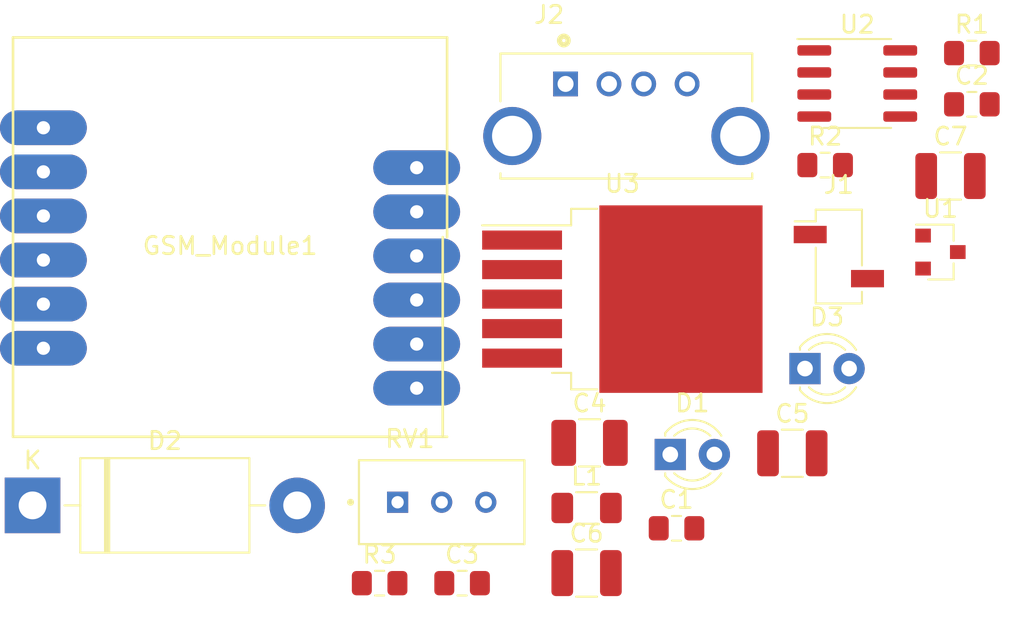
<source format=kicad_pcb>
(kicad_pcb (version 20171130) (host pcbnew 5.1.5+dfsg1-2build2)

  (general
    (thickness 1.6)
    (drawings 0)
    (tracks 0)
    (zones 0)
    (modules 21)
    (nets 24)
  )

  (page A4)
  (layers
    (0 F.Cu signal)
    (31 B.Cu signal)
    (32 B.Adhes user)
    (33 F.Adhes user)
    (34 B.Paste user)
    (35 F.Paste user)
    (36 B.SilkS user)
    (37 F.SilkS user)
    (38 B.Mask user)
    (39 F.Mask user)
    (40 Dwgs.User user)
    (41 Cmts.User user)
    (42 Eco1.User user)
    (43 Eco2.User user)
    (44 Edge.Cuts user)
    (45 Margin user)
    (46 B.CrtYd user)
    (47 F.CrtYd user)
    (48 B.Fab user)
    (49 F.Fab user)
  )

  (setup
    (last_trace_width 0.25)
    (trace_clearance 0.2)
    (zone_clearance 0.508)
    (zone_45_only no)
    (trace_min 0.2)
    (via_size 0.8)
    (via_drill 0.4)
    (via_min_size 0.4)
    (via_min_drill 0.3)
    (uvia_size 0.3)
    (uvia_drill 0.1)
    (uvias_allowed no)
    (uvia_min_size 0.2)
    (uvia_min_drill 0.1)
    (edge_width 0.05)
    (segment_width 0.2)
    (pcb_text_width 0.3)
    (pcb_text_size 1.5 1.5)
    (mod_edge_width 0.12)
    (mod_text_size 1 1)
    (mod_text_width 0.15)
    (pad_size 1.524 1.524)
    (pad_drill 0.762)
    (pad_to_mask_clearance 0.051)
    (solder_mask_min_width 0.25)
    (aux_axis_origin 0 0)
    (visible_elements FFFFFF7F)
    (pcbplotparams
      (layerselection 0x010fc_ffffffff)
      (usegerberextensions false)
      (usegerberattributes false)
      (usegerberadvancedattributes false)
      (creategerberjobfile false)
      (excludeedgelayer true)
      (linewidth 0.100000)
      (plotframeref false)
      (viasonmask false)
      (mode 1)
      (useauxorigin false)
      (hpglpennumber 1)
      (hpglpenspeed 20)
      (hpglpendiameter 15.000000)
      (psnegative false)
      (psa4output false)
      (plotreference true)
      (plotvalue true)
      (plotinvisibletext false)
      (padsonsilk false)
      (subtractmaskfromsilk false)
      (outputformat 1)
      (mirror false)
      (drillshape 1)
      (scaleselection 1)
      (outputdirectory ""))
  )

  (net 0 "")
  (net 1 GND)
  (net 2 "Net-(C1-Pad1)")
  (net 3 "Net-(C2-Pad1)")
  (net 4 "Net-(C3-Pad1)")
  (net 5 "Net-(C4-Pad1)")
  (net 6 /OUT_4V)
  (net 7 "Net-(D1-Pad2)")
  (net 8 "Net-(D2-Pad1)")
  (net 9 "Net-(D3-Pad2)")
  (net 10 "Net-(GSM_Module1-Pad5)")
  (net 11 "Net-(GSM_Module1-Pad4)")
  (net 12 "Net-(GSM_Module1-Pad3)")
  (net 13 "Net-(GSM_Module1-Pad1)")
  (net 14 "Net-(GSM_Module1-Pad12)")
  (net 15 "Net-(GSM_Module1-Pad11)")
  (net 16 "Net-(GSM_Module1-Pad10)")
  (net 17 "Net-(GSM_Module1-Pad9)")
  (net 18 "Net-(GSM_Module1-Pad8)")
  (net 19 "Net-(GSM_Module1-Pad7)")
  (net 20 "Net-(J2-Pad2)")
  (net 21 "Net-(J2-Pad3)")
  (net 22 "Net-(R2-Pad1)")
  (net 23 "Net-(U2-Pad4)")

  (net_class Default "This is the default net class."
    (clearance 0.2)
    (trace_width 0.25)
    (via_dia 0.8)
    (via_drill 0.4)
    (uvia_dia 0.3)
    (uvia_drill 0.1)
    (add_net /OUT_4V)
    (add_net GND)
    (add_net "Net-(C1-Pad1)")
    (add_net "Net-(C2-Pad1)")
    (add_net "Net-(C3-Pad1)")
    (add_net "Net-(C4-Pad1)")
    (add_net "Net-(D1-Pad2)")
    (add_net "Net-(D2-Pad1)")
    (add_net "Net-(D3-Pad2)")
    (add_net "Net-(GSM_Module1-Pad1)")
    (add_net "Net-(GSM_Module1-Pad10)")
    (add_net "Net-(GSM_Module1-Pad11)")
    (add_net "Net-(GSM_Module1-Pad12)")
    (add_net "Net-(GSM_Module1-Pad3)")
    (add_net "Net-(GSM_Module1-Pad4)")
    (add_net "Net-(GSM_Module1-Pad5)")
    (add_net "Net-(GSM_Module1-Pad7)")
    (add_net "Net-(GSM_Module1-Pad8)")
    (add_net "Net-(GSM_Module1-Pad9)")
    (add_net "Net-(J2-Pad2)")
    (add_net "Net-(J2-Pad3)")
    (add_net "Net-(R2-Pad1)")
    (add_net "Net-(U2-Pad4)")
  )

  (module Capacitor_SMD:C_0805_2012Metric_Pad1.15x1.40mm_HandSolder (layer F.Cu) (tedit 5B36C52B) (tstamp 6360464B)
    (at 148.465001 115.345001)
    (descr "Capacitor SMD 0805 (2012 Metric), square (rectangular) end terminal, IPC_7351 nominal with elongated pad for handsoldering. (Body size source: https://docs.google.com/spreadsheets/d/1BsfQQcO9C6DZCsRaXUlFlo91Tg2WpOkGARC1WS5S8t0/edit?usp=sharing), generated with kicad-footprint-generator")
    (tags "capacitor handsolder")
    (path /63604CE3)
    (attr smd)
    (fp_text reference C1 (at 0 -1.65) (layer F.SilkS)
      (effects (font (size 1 1) (thickness 0.15)))
    )
    (fp_text value 100nF (at 0 1.65) (layer F.Fab)
      (effects (font (size 1 1) (thickness 0.15)))
    )
    (fp_text user %R (at 0 0) (layer F.Fab)
      (effects (font (size 0.5 0.5) (thickness 0.08)))
    )
    (fp_line (start 1.85 0.95) (end -1.85 0.95) (layer F.CrtYd) (width 0.05))
    (fp_line (start 1.85 -0.95) (end 1.85 0.95) (layer F.CrtYd) (width 0.05))
    (fp_line (start -1.85 -0.95) (end 1.85 -0.95) (layer F.CrtYd) (width 0.05))
    (fp_line (start -1.85 0.95) (end -1.85 -0.95) (layer F.CrtYd) (width 0.05))
    (fp_line (start -0.261252 0.71) (end 0.261252 0.71) (layer F.SilkS) (width 0.12))
    (fp_line (start -0.261252 -0.71) (end 0.261252 -0.71) (layer F.SilkS) (width 0.12))
    (fp_line (start 1 0.6) (end -1 0.6) (layer F.Fab) (width 0.1))
    (fp_line (start 1 -0.6) (end 1 0.6) (layer F.Fab) (width 0.1))
    (fp_line (start -1 -0.6) (end 1 -0.6) (layer F.Fab) (width 0.1))
    (fp_line (start -1 0.6) (end -1 -0.6) (layer F.Fab) (width 0.1))
    (pad 2 smd roundrect (at 1.025 0) (size 1.15 1.4) (layers F.Cu F.Paste F.Mask) (roundrect_rratio 0.217391)
      (net 1 GND))
    (pad 1 smd roundrect (at -1.025 0) (size 1.15 1.4) (layers F.Cu F.Paste F.Mask) (roundrect_rratio 0.217391)
      (net 2 "Net-(C1-Pad1)"))
    (model ${KISYS3DMOD}/Capacitor_SMD.3dshapes/C_0805_2012Metric.wrl
      (at (xyz 0 0 0))
      (scale (xyz 1 1 1))
      (rotate (xyz 0 0 0))
    )
  )

  (module Capacitor_SMD:C_0805_2012Metric_Pad1.15x1.40mm_HandSolder (layer F.Cu) (tedit 5B36C52B) (tstamp 6360465C)
    (at 165.475001 90.925001)
    (descr "Capacitor SMD 0805 (2012 Metric), square (rectangular) end terminal, IPC_7351 nominal with elongated pad for handsoldering. (Body size source: https://docs.google.com/spreadsheets/d/1BsfQQcO9C6DZCsRaXUlFlo91Tg2WpOkGARC1WS5S8t0/edit?usp=sharing), generated with kicad-footprint-generator")
    (tags "capacitor handsolder")
    (path /636356A4)
    (attr smd)
    (fp_text reference C2 (at 0 -1.65) (layer F.SilkS)
      (effects (font (size 1 1) (thickness 0.15)))
    )
    (fp_text value 100nF (at 0 1.65) (layer F.Fab)
      (effects (font (size 1 1) (thickness 0.15)))
    )
    (fp_line (start -1 0.6) (end -1 -0.6) (layer F.Fab) (width 0.1))
    (fp_line (start -1 -0.6) (end 1 -0.6) (layer F.Fab) (width 0.1))
    (fp_line (start 1 -0.6) (end 1 0.6) (layer F.Fab) (width 0.1))
    (fp_line (start 1 0.6) (end -1 0.6) (layer F.Fab) (width 0.1))
    (fp_line (start -0.261252 -0.71) (end 0.261252 -0.71) (layer F.SilkS) (width 0.12))
    (fp_line (start -0.261252 0.71) (end 0.261252 0.71) (layer F.SilkS) (width 0.12))
    (fp_line (start -1.85 0.95) (end -1.85 -0.95) (layer F.CrtYd) (width 0.05))
    (fp_line (start -1.85 -0.95) (end 1.85 -0.95) (layer F.CrtYd) (width 0.05))
    (fp_line (start 1.85 -0.95) (end 1.85 0.95) (layer F.CrtYd) (width 0.05))
    (fp_line (start 1.85 0.95) (end -1.85 0.95) (layer F.CrtYd) (width 0.05))
    (fp_text user %R (at 0 0) (layer F.Fab)
      (effects (font (size 0.5 0.5) (thickness 0.08)))
    )
    (pad 1 smd roundrect (at -1.025 0) (size 1.15 1.4) (layers F.Cu F.Paste F.Mask) (roundrect_rratio 0.217391)
      (net 3 "Net-(C2-Pad1)"))
    (pad 2 smd roundrect (at 1.025 0) (size 1.15 1.4) (layers F.Cu F.Paste F.Mask) (roundrect_rratio 0.217391)
      (net 1 GND))
    (model ${KISYS3DMOD}/Capacitor_SMD.3dshapes/C_0805_2012Metric.wrl
      (at (xyz 0 0 0))
      (scale (xyz 1 1 1))
      (rotate (xyz 0 0 0))
    )
  )

  (module Capacitor_SMD:C_0805_2012Metric_Pad1.15x1.40mm_HandSolder (layer F.Cu) (tedit 5B36C52B) (tstamp 6360466D)
    (at 136.115001 118.505001)
    (descr "Capacitor SMD 0805 (2012 Metric), square (rectangular) end terminal, IPC_7351 nominal with elongated pad for handsoldering. (Body size source: https://docs.google.com/spreadsheets/d/1BsfQQcO9C6DZCsRaXUlFlo91Tg2WpOkGARC1WS5S8t0/edit?usp=sharing), generated with kicad-footprint-generator")
    (tags "capacitor handsolder")
    (path /63610501)
    (attr smd)
    (fp_text reference C3 (at 0 -1.65) (layer F.SilkS)
      (effects (font (size 1 1) (thickness 0.15)))
    )
    (fp_text value 100nF (at 0 1.65) (layer F.Fab)
      (effects (font (size 1 1) (thickness 0.15)))
    )
    (fp_line (start -1 0.6) (end -1 -0.6) (layer F.Fab) (width 0.1))
    (fp_line (start -1 -0.6) (end 1 -0.6) (layer F.Fab) (width 0.1))
    (fp_line (start 1 -0.6) (end 1 0.6) (layer F.Fab) (width 0.1))
    (fp_line (start 1 0.6) (end -1 0.6) (layer F.Fab) (width 0.1))
    (fp_line (start -0.261252 -0.71) (end 0.261252 -0.71) (layer F.SilkS) (width 0.12))
    (fp_line (start -0.261252 0.71) (end 0.261252 0.71) (layer F.SilkS) (width 0.12))
    (fp_line (start -1.85 0.95) (end -1.85 -0.95) (layer F.CrtYd) (width 0.05))
    (fp_line (start -1.85 -0.95) (end 1.85 -0.95) (layer F.CrtYd) (width 0.05))
    (fp_line (start 1.85 -0.95) (end 1.85 0.95) (layer F.CrtYd) (width 0.05))
    (fp_line (start 1.85 0.95) (end -1.85 0.95) (layer F.CrtYd) (width 0.05))
    (fp_text user %R (at 0 0) (layer F.Fab)
      (effects (font (size 0.5 0.5) (thickness 0.08)))
    )
    (pad 1 smd roundrect (at -1.025 0) (size 1.15 1.4) (layers F.Cu F.Paste F.Mask) (roundrect_rratio 0.217391)
      (net 4 "Net-(C3-Pad1)"))
    (pad 2 smd roundrect (at 1.025 0) (size 1.15 1.4) (layers F.Cu F.Paste F.Mask) (roundrect_rratio 0.217391)
      (net 1 GND))
    (model ${KISYS3DMOD}/Capacitor_SMD.3dshapes/C_0805_2012Metric.wrl
      (at (xyz 0 0 0))
      (scale (xyz 1 1 1))
      (rotate (xyz 0 0 0))
    )
  )

  (module Capacitor_SMD:C_1210_3225Metric_Pad1.42x2.65mm_HandSolder (layer F.Cu) (tedit 5B301BBE) (tstamp 6360467E)
    (at 143.455001 110.425001)
    (descr "Capacitor SMD 1210 (3225 Metric), square (rectangular) end terminal, IPC_7351 nominal with elongated pad for handsoldering. (Body size source: http://www.tortai-tech.com/upload/download/2011102023233369053.pdf), generated with kicad-footprint-generator")
    (tags "capacitor handsolder")
    (path /63689D38)
    (attr smd)
    (fp_text reference C4 (at 0 -2.28) (layer F.SilkS)
      (effects (font (size 1 1) (thickness 0.15)))
    )
    (fp_text value 100uF (at 0 2.28) (layer F.Fab)
      (effects (font (size 1 1) (thickness 0.15)))
    )
    (fp_line (start -1.6 1.25) (end -1.6 -1.25) (layer F.Fab) (width 0.1))
    (fp_line (start -1.6 -1.25) (end 1.6 -1.25) (layer F.Fab) (width 0.1))
    (fp_line (start 1.6 -1.25) (end 1.6 1.25) (layer F.Fab) (width 0.1))
    (fp_line (start 1.6 1.25) (end -1.6 1.25) (layer F.Fab) (width 0.1))
    (fp_line (start -0.602064 -1.36) (end 0.602064 -1.36) (layer F.SilkS) (width 0.12))
    (fp_line (start -0.602064 1.36) (end 0.602064 1.36) (layer F.SilkS) (width 0.12))
    (fp_line (start -2.45 1.58) (end -2.45 -1.58) (layer F.CrtYd) (width 0.05))
    (fp_line (start -2.45 -1.58) (end 2.45 -1.58) (layer F.CrtYd) (width 0.05))
    (fp_line (start 2.45 -1.58) (end 2.45 1.58) (layer F.CrtYd) (width 0.05))
    (fp_line (start 2.45 1.58) (end -2.45 1.58) (layer F.CrtYd) (width 0.05))
    (fp_text user %R (at 0 0) (layer F.Fab)
      (effects (font (size 0.8 0.8) (thickness 0.12)))
    )
    (pad 1 smd roundrect (at -1.4875 0) (size 1.425 2.65) (layers F.Cu F.Paste F.Mask) (roundrect_rratio 0.175439)
      (net 5 "Net-(C4-Pad1)"))
    (pad 2 smd roundrect (at 1.4875 0) (size 1.425 2.65) (layers F.Cu F.Paste F.Mask) (roundrect_rratio 0.175439)
      (net 1 GND))
    (model ${KISYS3DMOD}/Capacitor_SMD.3dshapes/C_1210_3225Metric.wrl
      (at (xyz 0 0 0))
      (scale (xyz 1 1 1))
      (rotate (xyz 0 0 0))
    )
  )

  (module Capacitor_SMD:C_1210_3225Metric (layer F.Cu) (tedit 5B301BBE) (tstamp 6360468F)
    (at 155.135001 111.025001)
    (descr "Capacitor SMD 1210 (3225 Metric), square (rectangular) end terminal, IPC_7351 nominal, (Body size source: http://www.tortai-tech.com/upload/download/2011102023233369053.pdf), generated with kicad-footprint-generator")
    (tags capacitor)
    (path /636892D0)
    (attr smd)
    (fp_text reference C5 (at 0 -2.28) (layer F.SilkS)
      (effects (font (size 1 1) (thickness 0.15)))
    )
    (fp_text value 1uF (at 0 2.28) (layer F.Fab)
      (effects (font (size 1 1) (thickness 0.15)))
    )
    (fp_text user %R (at 0 0) (layer F.Fab)
      (effects (font (size 0.8 0.8) (thickness 0.12)))
    )
    (fp_line (start 2.28 1.58) (end -2.28 1.58) (layer F.CrtYd) (width 0.05))
    (fp_line (start 2.28 -1.58) (end 2.28 1.58) (layer F.CrtYd) (width 0.05))
    (fp_line (start -2.28 -1.58) (end 2.28 -1.58) (layer F.CrtYd) (width 0.05))
    (fp_line (start -2.28 1.58) (end -2.28 -1.58) (layer F.CrtYd) (width 0.05))
    (fp_line (start -0.602064 1.36) (end 0.602064 1.36) (layer F.SilkS) (width 0.12))
    (fp_line (start -0.602064 -1.36) (end 0.602064 -1.36) (layer F.SilkS) (width 0.12))
    (fp_line (start 1.6 1.25) (end -1.6 1.25) (layer F.Fab) (width 0.1))
    (fp_line (start 1.6 -1.25) (end 1.6 1.25) (layer F.Fab) (width 0.1))
    (fp_line (start -1.6 -1.25) (end 1.6 -1.25) (layer F.Fab) (width 0.1))
    (fp_line (start -1.6 1.25) (end -1.6 -1.25) (layer F.Fab) (width 0.1))
    (pad 2 smd roundrect (at 1.4 0) (size 1.25 2.65) (layers F.Cu F.Paste F.Mask) (roundrect_rratio 0.2)
      (net 1 GND))
    (pad 1 smd roundrect (at -1.4 0) (size 1.25 2.65) (layers F.Cu F.Paste F.Mask) (roundrect_rratio 0.2)
      (net 5 "Net-(C4-Pad1)"))
    (model ${KISYS3DMOD}/Capacitor_SMD.3dshapes/C_1210_3225Metric.wrl
      (at (xyz 0 0 0))
      (scale (xyz 1 1 1))
      (rotate (xyz 0 0 0))
    )
  )

  (module Capacitor_SMD:C_1210_3225Metric (layer F.Cu) (tedit 5B301BBE) (tstamp 636046A0)
    (at 143.285001 117.925001)
    (descr "Capacitor SMD 1210 (3225 Metric), square (rectangular) end terminal, IPC_7351 nominal, (Body size source: http://www.tortai-tech.com/upload/download/2011102023233369053.pdf), generated with kicad-footprint-generator")
    (tags capacitor)
    (path /6364A41E)
    (attr smd)
    (fp_text reference C6 (at 0 -2.28) (layer F.SilkS)
      (effects (font (size 1 1) (thickness 0.15)))
    )
    (fp_text value 220uF (at 0 2.28) (layer F.Fab)
      (effects (font (size 1 1) (thickness 0.15)))
    )
    (fp_line (start -1.6 1.25) (end -1.6 -1.25) (layer F.Fab) (width 0.1))
    (fp_line (start -1.6 -1.25) (end 1.6 -1.25) (layer F.Fab) (width 0.1))
    (fp_line (start 1.6 -1.25) (end 1.6 1.25) (layer F.Fab) (width 0.1))
    (fp_line (start 1.6 1.25) (end -1.6 1.25) (layer F.Fab) (width 0.1))
    (fp_line (start -0.602064 -1.36) (end 0.602064 -1.36) (layer F.SilkS) (width 0.12))
    (fp_line (start -0.602064 1.36) (end 0.602064 1.36) (layer F.SilkS) (width 0.12))
    (fp_line (start -2.28 1.58) (end -2.28 -1.58) (layer F.CrtYd) (width 0.05))
    (fp_line (start -2.28 -1.58) (end 2.28 -1.58) (layer F.CrtYd) (width 0.05))
    (fp_line (start 2.28 -1.58) (end 2.28 1.58) (layer F.CrtYd) (width 0.05))
    (fp_line (start 2.28 1.58) (end -2.28 1.58) (layer F.CrtYd) (width 0.05))
    (fp_text user %R (at 0 0) (layer F.Fab)
      (effects (font (size 0.8 0.8) (thickness 0.12)))
    )
    (pad 1 smd roundrect (at -1.4 0) (size 1.25 2.65) (layers F.Cu F.Paste F.Mask) (roundrect_rratio 0.2)
      (net 6 /OUT_4V))
    (pad 2 smd roundrect (at 1.4 0) (size 1.25 2.65) (layers F.Cu F.Paste F.Mask) (roundrect_rratio 0.2)
      (net 1 GND))
    (model ${KISYS3DMOD}/Capacitor_SMD.3dshapes/C_1210_3225Metric.wrl
      (at (xyz 0 0 0))
      (scale (xyz 1 1 1))
      (rotate (xyz 0 0 0))
    )
  )

  (module Capacitor_SMD:C_1210_3225Metric (layer F.Cu) (tedit 5B301BBE) (tstamp 636046B1)
    (at 164.245001 95.055001)
    (descr "Capacitor SMD 1210 (3225 Metric), square (rectangular) end terminal, IPC_7351 nominal, (Body size source: http://www.tortai-tech.com/upload/download/2011102023233369053.pdf), generated with kicad-footprint-generator")
    (tags capacitor)
    (path /63649858)
    (attr smd)
    (fp_text reference C7 (at 0 -2.28) (layer F.SilkS)
      (effects (font (size 1 1) (thickness 0.15)))
    )
    (fp_text value 1uF (at 0 2.28) (layer F.Fab)
      (effects (font (size 1 1) (thickness 0.15)))
    )
    (fp_line (start -1.6 1.25) (end -1.6 -1.25) (layer F.Fab) (width 0.1))
    (fp_line (start -1.6 -1.25) (end 1.6 -1.25) (layer F.Fab) (width 0.1))
    (fp_line (start 1.6 -1.25) (end 1.6 1.25) (layer F.Fab) (width 0.1))
    (fp_line (start 1.6 1.25) (end -1.6 1.25) (layer F.Fab) (width 0.1))
    (fp_line (start -0.602064 -1.36) (end 0.602064 -1.36) (layer F.SilkS) (width 0.12))
    (fp_line (start -0.602064 1.36) (end 0.602064 1.36) (layer F.SilkS) (width 0.12))
    (fp_line (start -2.28 1.58) (end -2.28 -1.58) (layer F.CrtYd) (width 0.05))
    (fp_line (start -2.28 -1.58) (end 2.28 -1.58) (layer F.CrtYd) (width 0.05))
    (fp_line (start 2.28 -1.58) (end 2.28 1.58) (layer F.CrtYd) (width 0.05))
    (fp_line (start 2.28 1.58) (end -2.28 1.58) (layer F.CrtYd) (width 0.05))
    (fp_text user %R (at 0 0) (layer F.Fab)
      (effects (font (size 0.8 0.8) (thickness 0.12)))
    )
    (pad 1 smd roundrect (at -1.4 0) (size 1.25 2.65) (layers F.Cu F.Paste F.Mask) (roundrect_rratio 0.2)
      (net 6 /OUT_4V))
    (pad 2 smd roundrect (at 1.4 0) (size 1.25 2.65) (layers F.Cu F.Paste F.Mask) (roundrect_rratio 0.2)
      (net 1 GND))
    (model ${KISYS3DMOD}/Capacitor_SMD.3dshapes/C_1210_3225Metric.wrl
      (at (xyz 0 0 0))
      (scale (xyz 1 1 1))
      (rotate (xyz 0 0 0))
    )
  )

  (module LED_THT:LED_D3.0mm (layer F.Cu) (tedit 587A3A7B) (tstamp 636046C4)
    (at 148.105001 111.095001)
    (descr "LED, diameter 3.0mm, 2 pins")
    (tags "LED diameter 3.0mm 2 pins")
    (path /636C3630)
    (fp_text reference D1 (at 1.27 -2.96) (layer F.SilkS)
      (effects (font (size 1 1) (thickness 0.15)))
    )
    (fp_text value LED (at 1.27 2.96) (layer F.Fab)
      (effects (font (size 1 1) (thickness 0.15)))
    )
    (fp_arc (start 1.27 0) (end -0.23 -1.16619) (angle 284.3) (layer F.Fab) (width 0.1))
    (fp_arc (start 1.27 0) (end -0.29 -1.235516) (angle 108.8) (layer F.SilkS) (width 0.12))
    (fp_arc (start 1.27 0) (end -0.29 1.235516) (angle -108.8) (layer F.SilkS) (width 0.12))
    (fp_arc (start 1.27 0) (end 0.229039 -1.08) (angle 87.9) (layer F.SilkS) (width 0.12))
    (fp_arc (start 1.27 0) (end 0.229039 1.08) (angle -87.9) (layer F.SilkS) (width 0.12))
    (fp_circle (center 1.27 0) (end 2.77 0) (layer F.Fab) (width 0.1))
    (fp_line (start -0.23 -1.16619) (end -0.23 1.16619) (layer F.Fab) (width 0.1))
    (fp_line (start -0.29 -1.236) (end -0.29 -1.08) (layer F.SilkS) (width 0.12))
    (fp_line (start -0.29 1.08) (end -0.29 1.236) (layer F.SilkS) (width 0.12))
    (fp_line (start -1.15 -2.25) (end -1.15 2.25) (layer F.CrtYd) (width 0.05))
    (fp_line (start -1.15 2.25) (end 3.7 2.25) (layer F.CrtYd) (width 0.05))
    (fp_line (start 3.7 2.25) (end 3.7 -2.25) (layer F.CrtYd) (width 0.05))
    (fp_line (start 3.7 -2.25) (end -1.15 -2.25) (layer F.CrtYd) (width 0.05))
    (pad 1 thru_hole rect (at 0 0) (size 1.8 1.8) (drill 0.9) (layers *.Cu *.Mask)
      (net 1 GND))
    (pad 2 thru_hole circle (at 2.54 0) (size 1.8 1.8) (drill 0.9) (layers *.Cu *.Mask)
      (net 7 "Net-(D1-Pad2)"))
    (model ${KISYS3DMOD}/LED_THT.3dshapes/LED_D3.0mm.wrl
      (at (xyz 0 0 0))
      (scale (xyz 1 1 1))
      (rotate (xyz 0 0 0))
    )
  )

  (module Diode_THT:D_DO-201AD_P15.24mm_Horizontal (layer F.Cu) (tedit 5AE50CD5) (tstamp 636046E3)
    (at 111.375001 114.025001)
    (descr "Diode, DO-201AD series, Axial, Horizontal, pin pitch=15.24mm, , length*diameter=9.5*5.2mm^2, , http://www.diodes.com/_files/packages/DO-201AD.pdf")
    (tags "Diode DO-201AD series Axial Horizontal pin pitch 15.24mm  length 9.5mm diameter 5.2mm")
    (path /6364B7AC)
    (fp_text reference D2 (at 7.62 -3.72) (layer F.SilkS)
      (effects (font (size 1 1) (thickness 0.15)))
    )
    (fp_text value 1N5822 (at 7.62 3.72) (layer F.Fab)
      (effects (font (size 1 1) (thickness 0.15)))
    )
    (fp_line (start 2.87 -2.6) (end 2.87 2.6) (layer F.Fab) (width 0.1))
    (fp_line (start 2.87 2.6) (end 12.37 2.6) (layer F.Fab) (width 0.1))
    (fp_line (start 12.37 2.6) (end 12.37 -2.6) (layer F.Fab) (width 0.1))
    (fp_line (start 12.37 -2.6) (end 2.87 -2.6) (layer F.Fab) (width 0.1))
    (fp_line (start 0 0) (end 2.87 0) (layer F.Fab) (width 0.1))
    (fp_line (start 15.24 0) (end 12.37 0) (layer F.Fab) (width 0.1))
    (fp_line (start 4.295 -2.6) (end 4.295 2.6) (layer F.Fab) (width 0.1))
    (fp_line (start 4.395 -2.6) (end 4.395 2.6) (layer F.Fab) (width 0.1))
    (fp_line (start 4.195 -2.6) (end 4.195 2.6) (layer F.Fab) (width 0.1))
    (fp_line (start 2.75 -2.72) (end 2.75 2.72) (layer F.SilkS) (width 0.12))
    (fp_line (start 2.75 2.72) (end 12.49 2.72) (layer F.SilkS) (width 0.12))
    (fp_line (start 12.49 2.72) (end 12.49 -2.72) (layer F.SilkS) (width 0.12))
    (fp_line (start 12.49 -2.72) (end 2.75 -2.72) (layer F.SilkS) (width 0.12))
    (fp_line (start 1.84 0) (end 2.75 0) (layer F.SilkS) (width 0.12))
    (fp_line (start 13.4 0) (end 12.49 0) (layer F.SilkS) (width 0.12))
    (fp_line (start 4.295 -2.72) (end 4.295 2.72) (layer F.SilkS) (width 0.12))
    (fp_line (start 4.415 -2.72) (end 4.415 2.72) (layer F.SilkS) (width 0.12))
    (fp_line (start 4.175 -2.72) (end 4.175 2.72) (layer F.SilkS) (width 0.12))
    (fp_line (start -1.85 -2.85) (end -1.85 2.85) (layer F.CrtYd) (width 0.05))
    (fp_line (start -1.85 2.85) (end 17.09 2.85) (layer F.CrtYd) (width 0.05))
    (fp_line (start 17.09 2.85) (end 17.09 -2.85) (layer F.CrtYd) (width 0.05))
    (fp_line (start 17.09 -2.85) (end -1.85 -2.85) (layer F.CrtYd) (width 0.05))
    (fp_text user %R (at 8.3325 0) (layer F.Fab)
      (effects (font (size 1 1) (thickness 0.15)))
    )
    (fp_text user K (at 0 -2.6) (layer F.Fab)
      (effects (font (size 1 1) (thickness 0.15)))
    )
    (fp_text user K (at 0 -2.6) (layer F.SilkS)
      (effects (font (size 1 1) (thickness 0.15)))
    )
    (pad 1 thru_hole rect (at 0 0) (size 3.2 3.2) (drill 1.6) (layers *.Cu *.Mask)
      (net 8 "Net-(D2-Pad1)"))
    (pad 2 thru_hole oval (at 15.24 0) (size 3.2 3.2) (drill 1.6) (layers *.Cu *.Mask)
      (net 1 GND))
    (model ${KISYS3DMOD}/Diode_THT.3dshapes/D_DO-201AD_P15.24mm_Horizontal.wrl
      (at (xyz 0 0 0))
      (scale (xyz 1 1 1))
      (rotate (xyz 0 0 0))
    )
  )

  (module LED_THT:LED_D3.0mm (layer F.Cu) (tedit 587A3A7B) (tstamp 636046F6)
    (at 155.865001 106.145001)
    (descr "LED, diameter 3.0mm, 2 pins")
    (tags "LED diameter 3.0mm 2 pins")
    (path /6364E832)
    (fp_text reference D3 (at 1.27 -2.96) (layer F.SilkS)
      (effects (font (size 1 1) (thickness 0.15)))
    )
    (fp_text value LED (at 1.27 2.96) (layer F.Fab)
      (effects (font (size 1 1) (thickness 0.15)))
    )
    (fp_line (start 3.7 -2.25) (end -1.15 -2.25) (layer F.CrtYd) (width 0.05))
    (fp_line (start 3.7 2.25) (end 3.7 -2.25) (layer F.CrtYd) (width 0.05))
    (fp_line (start -1.15 2.25) (end 3.7 2.25) (layer F.CrtYd) (width 0.05))
    (fp_line (start -1.15 -2.25) (end -1.15 2.25) (layer F.CrtYd) (width 0.05))
    (fp_line (start -0.29 1.08) (end -0.29 1.236) (layer F.SilkS) (width 0.12))
    (fp_line (start -0.29 -1.236) (end -0.29 -1.08) (layer F.SilkS) (width 0.12))
    (fp_line (start -0.23 -1.16619) (end -0.23 1.16619) (layer F.Fab) (width 0.1))
    (fp_circle (center 1.27 0) (end 2.77 0) (layer F.Fab) (width 0.1))
    (fp_arc (start 1.27 0) (end 0.229039 1.08) (angle -87.9) (layer F.SilkS) (width 0.12))
    (fp_arc (start 1.27 0) (end 0.229039 -1.08) (angle 87.9) (layer F.SilkS) (width 0.12))
    (fp_arc (start 1.27 0) (end -0.29 1.235516) (angle -108.8) (layer F.SilkS) (width 0.12))
    (fp_arc (start 1.27 0) (end -0.29 -1.235516) (angle 108.8) (layer F.SilkS) (width 0.12))
    (fp_arc (start 1.27 0) (end -0.23 -1.16619) (angle 284.3) (layer F.Fab) (width 0.1))
    (pad 2 thru_hole circle (at 2.54 0) (size 1.8 1.8) (drill 0.9) (layers *.Cu *.Mask)
      (net 9 "Net-(D3-Pad2)"))
    (pad 1 thru_hole rect (at 0 0) (size 1.8 1.8) (drill 0.9) (layers *.Cu *.Mask)
      (net 1 GND))
    (model ${KISYS3DMOD}/LED_THT.3dshapes/LED_D3.0mm.wrl
      (at (xyz 0 0 0))
      (scale (xyz 1 1 1))
      (rotate (xyz 0 0 0))
    )
  )

  (module SIM800L:SIM800L (layer F.Cu) (tedit 59CFC275) (tstamp 6360470B)
    (at 122.75 98.575001)
    (path /635F6B8A)
    (fp_text reference GSM_Module1 (at 0 0.5) (layer F.SilkS)
      (effects (font (size 1 1) (thickness 0.15)))
    )
    (fp_text value SIM800L (at 0 -0.5) (layer F.Fab)
      (effects (font (size 1 1) (thickness 0.15)))
    )
    (fp_line (start 12.5 0) (end 12.5 -11.5) (layer F.SilkS) (width 0.15))
    (fp_line (start 12.5 -11.5) (end -12.5 -11.5) (layer F.SilkS) (width 0.15))
    (fp_line (start -12.5 -11.5) (end -12.5 11.5) (layer F.SilkS) (width 0.15))
    (fp_line (start -12.5 11.5) (end 12.5 11.5) (layer F.SilkS) (width 0.15))
    (fp_line (start 12.25 11.5) (end 12.25 0) (layer F.SilkS) (width 0.15))
    (pad 6 thru_hole oval (at -10.75 6.4) (size 5 2) (drill 0.762) (layers *.Cu *.Mask)
      (net 1 GND))
    (pad 5 thru_hole oval (at -10.75 3.86) (size 5 2) (drill 0.762) (layers *.Cu *.Mask)
      (net 10 "Net-(GSM_Module1-Pad5)"))
    (pad 4 thru_hole oval (at -10.75 1.32) (size 5 2) (drill 0.762) (layers *.Cu *.Mask)
      (net 11 "Net-(GSM_Module1-Pad4)"))
    (pad 3 thru_hole oval (at -10.75 -1.22) (size 5 2) (drill 0.762) (layers *.Cu *.Mask)
      (net 12 "Net-(GSM_Module1-Pad3)"))
    (pad 2 thru_hole oval (at -10.75 -3.76) (size 5 2) (drill 0.762) (layers *.Cu *.Mask)
      (net 6 /OUT_4V))
    (pad 1 thru_hole oval (at -10.75 -6.3) (size 5 2) (drill 0.762) (layers *.Cu *.Mask)
      (net 13 "Net-(GSM_Module1-Pad1)"))
    (pad 12 thru_hole oval (at 10.75 8.7) (size 5 2) (drill 0.762) (layers *.Cu *.Mask)
      (net 14 "Net-(GSM_Module1-Pad12)"))
    (pad 11 thru_hole oval (at 10.75 6.16) (size 5 2) (drill 0.762) (layers *.Cu *.Mask)
      (net 15 "Net-(GSM_Module1-Pad11)"))
    (pad 10 thru_hole oval (at 10.75 3.62) (size 5 2) (drill 0.762) (layers *.Cu *.Mask)
      (net 16 "Net-(GSM_Module1-Pad10)"))
    (pad 9 thru_hole oval (at 10.75 1.08) (size 5 2) (drill 0.762) (layers *.Cu *.Mask)
      (net 17 "Net-(GSM_Module1-Pad9)"))
    (pad 8 thru_hole oval (at 10.75 -1.46) (size 5 2) (drill 0.762) (layers *.Cu *.Mask)
      (net 18 "Net-(GSM_Module1-Pad8)"))
    (pad 7 thru_hole oval (at 10.75 -4) (size 5 2) (drill 0.762) (layers *.Cu *.Mask)
      (net 19 "Net-(GSM_Module1-Pad7)"))
  )

  (module Connector_PinSocket_2.54mm:PinSocket_1x02_P2.54mm_Vertical_SMD_Pin1Left (layer F.Cu) (tedit 5A19A41D) (tstamp 63604728)
    (at 157.815001 99.695001)
    (descr "surface-mounted straight socket strip, 1x02, 2.54mm pitch, single row, style 1 (pin 1 left) (https://cdn.harwin.com/pdfs/M20-786.pdf), script generated")
    (tags "Surface mounted socket strip SMD 1x02 2.54mm single row style1 pin1 left")
    (path /635F97AA)
    (attr smd)
    (fp_text reference J1 (at 0 -4.14) (layer F.SilkS)
      (effects (font (size 1 1) (thickness 0.15)))
    )
    (fp_text value Barrel_Jack (at 0 4.14) (layer F.Fab)
      (effects (font (size 1 1) (thickness 0.15)))
    )
    (fp_line (start -1.33 -2.7) (end 1.33 -2.7) (layer F.SilkS) (width 0.12))
    (fp_line (start 1.33 -2.7) (end 1.33 0.51) (layer F.SilkS) (width 0.12))
    (fp_line (start 1.33 2.03) (end 1.33 2.7) (layer F.SilkS) (width 0.12))
    (fp_line (start -1.33 2.7) (end 1.33 2.7) (layer F.SilkS) (width 0.12))
    (fp_line (start -1.33 -2.7) (end -1.33 -2.03) (layer F.SilkS) (width 0.12))
    (fp_line (start -1.33 -0.51) (end -1.33 2.7) (layer F.SilkS) (width 0.12))
    (fp_line (start -2.54 -2.03) (end -1.33 -2.03) (layer F.SilkS) (width 0.12))
    (fp_line (start -0.635 -2.64) (end 1.27 -2.64) (layer F.Fab) (width 0.1))
    (fp_line (start 1.27 -2.64) (end 1.27 2.64) (layer F.Fab) (width 0.1))
    (fp_line (start 1.27 2.64) (end -1.27 2.64) (layer F.Fab) (width 0.1))
    (fp_line (start -1.27 2.64) (end -1.27 -2.005) (layer F.Fab) (width 0.1))
    (fp_line (start -1.27 -2.005) (end -0.635 -2.64) (layer F.Fab) (width 0.1))
    (fp_line (start -2.27 -1.57) (end -1.27 -1.57) (layer F.Fab) (width 0.1))
    (fp_line (start -1.27 -0.97) (end -2.27 -0.97) (layer F.Fab) (width 0.1))
    (fp_line (start -2.27 -0.97) (end -2.27 -1.57) (layer F.Fab) (width 0.1))
    (fp_line (start 1.27 0.97) (end 2.27 0.97) (layer F.Fab) (width 0.1))
    (fp_line (start 2.27 0.97) (end 2.27 1.57) (layer F.Fab) (width 0.1))
    (fp_line (start 2.27 1.57) (end 1.27 1.57) (layer F.Fab) (width 0.1))
    (fp_line (start -3.1 -3.2) (end 3.1 -3.2) (layer F.CrtYd) (width 0.05))
    (fp_line (start 3.1 -3.2) (end 3.1 3.15) (layer F.CrtYd) (width 0.05))
    (fp_line (start 3.1 3.15) (end -3.1 3.15) (layer F.CrtYd) (width 0.05))
    (fp_line (start -3.1 3.15) (end -3.1 -3.2) (layer F.CrtYd) (width 0.05))
    (fp_text user %R (at 0 0 90) (layer F.Fab)
      (effects (font (size 1 1) (thickness 0.15)))
    )
    (pad 1 smd rect (at -1.65 -1.27) (size 1.9 1) (layers F.Cu F.Paste F.Mask)
      (net 5 "Net-(C4-Pad1)"))
    (pad 2 smd rect (at 1.65 1.27) (size 1.9 1) (layers F.Cu F.Paste F.Mask)
      (net 1 GND))
    (model ${KISYS3DMOD}/Connector_PinSocket_2.54mm.3dshapes/PinSocket_1x02_P2.54mm_Vertical_SMD_Pin1Left.wrl
      (at (xyz 0 0 0))
      (scale (xyz 1 1 1))
      (rotate (xyz 0 0 0))
    )
  )

  (module USB-A1VSB6:ONSHORE_USB-A1VSB6 (layer F.Cu) (tedit 635FEAEB) (tstamp 6360474A)
    (at 145.575001 92.750001)
    (path /63604083)
    (fp_text reference J2 (at -4.445 -6.985) (layer F.SilkS)
      (effects (font (size 1 1) (thickness 0.15)))
    )
    (fp_text value USB-A1VSB6 (at 3.81 4.445) (layer F.Fab)
      (effects (font (size 1 1) (thickness 0.15)))
    )
    (fp_line (start -7.25 -4.75) (end 7.25 -4.75) (layer F.Fab) (width 0.127))
    (fp_line (start 7.25 -4.75) (end 7.25 2.45) (layer F.Fab) (width 0.127))
    (fp_line (start 7.25 2.45) (end -7.25 2.45) (layer F.Fab) (width 0.127))
    (fp_line (start -7.25 2.45) (end -7.25 -4.75) (layer F.Fab) (width 0.127))
    (fp_line (start -7.25 -2) (end -7.25 -4.75) (layer F.SilkS) (width 0.127))
    (fp_line (start -7.25 -4.75) (end 7.25 -4.75) (layer F.SilkS) (width 0.127))
    (fp_line (start 7.25 -4.75) (end 7.25 -2) (layer F.SilkS) (width 0.127))
    (fp_line (start 7.25 2.15) (end 7.25 2.45) (layer F.SilkS) (width 0.127))
    (fp_line (start 7.25 2.45) (end -7.25 2.45) (layer F.SilkS) (width 0.127))
    (fp_line (start -7.25 2.45) (end -7.25 2.15) (layer F.SilkS) (width 0.127))
    (fp_circle (center -3.6 -5.5) (end -3.5 -5.5) (layer F.SilkS) (width 0.3))
    (fp_circle (center -3.6 -5.5) (end -3.5 -5.5) (layer F.Fab) (width 0.3))
    (fp_line (start -7.5 -5) (end 7.5 -5) (layer F.CrtYd) (width 0.05))
    (fp_line (start 7.5 -5) (end 7.5 -1.95) (layer F.CrtYd) (width 0.05))
    (fp_line (start 7.5 -1.95) (end 8.55 -1.95) (layer F.CrtYd) (width 0.05))
    (fp_line (start 8.55 -1.95) (end 8.55 1.95) (layer F.CrtYd) (width 0.05))
    (fp_line (start 8.55 1.95) (end 7.5 1.95) (layer F.CrtYd) (width 0.05))
    (fp_line (start 7.5 1.95) (end 7.5 2.7) (layer F.CrtYd) (width 0.05))
    (fp_line (start 7.5 2.7) (end -7.5 2.7) (layer F.CrtYd) (width 0.05))
    (fp_line (start -7.5 2.7) (end -7.5 1.95) (layer F.CrtYd) (width 0.05))
    (fp_line (start -7.5 1.95) (end -8.55 1.95) (layer F.CrtYd) (width 0.05))
    (fp_line (start -8.55 1.95) (end -8.55 -1.95) (layer F.CrtYd) (width 0.05))
    (fp_line (start -8.55 -1.95) (end -7.5 -1.95) (layer F.CrtYd) (width 0.05))
    (fp_line (start -7.5 -1.95) (end -7.5 -5) (layer F.CrtYd) (width 0.05))
    (pad S1 thru_hole circle (at -6.57 0) (size 3.346 3.346) (drill 2.33) (layers *.Cu *.Mask)
      (net 1 GND))
    (pad S2 thru_hole circle (at 6.57 0) (size 3.346 3.346) (drill 2.33) (layers *.Cu *.Mask)
      (net 1 GND))
    (pad 2 thru_hole circle (at -1 -3) (size 1.428 1.428) (drill 0.92) (layers *.Cu *.Mask)
      (net 20 "Net-(J2-Pad2)"))
    (pad 3 thru_hole circle (at 1 -3) (size 1.428 1.428) (drill 0.92) (layers *.Cu *.Mask)
      (net 21 "Net-(J2-Pad3)"))
    (pad 1 thru_hole rect (at -3.5 -3) (size 1.428 1.428) (drill 0.92) (layers *.Cu *.Mask)
      (net 2 "Net-(C1-Pad1)"))
    (pad 4 thru_hole circle (at 3.5 -3) (size 1.428 1.428) (drill 0.92) (layers *.Cu *.Mask)
      (net 1 GND))
  )

  (module Inductor_SMD:L_1206_3216Metric (layer F.Cu) (tedit 5B301BBE) (tstamp 6360475B)
    (at 143.285001 114.175001)
    (descr "Inductor SMD 1206 (3216 Metric), square (rectangular) end terminal, IPC_7351 nominal, (Body size source: http://www.tortai-tech.com/upload/download/2011102023233369053.pdf), generated with kicad-footprint-generator")
    (tags inductor)
    (path /636503DE)
    (attr smd)
    (fp_text reference L1 (at 0 -1.82) (layer F.SilkS)
      (effects (font (size 1 1) (thickness 0.15)))
    )
    (fp_text value 47uH (at 0 1.82) (layer F.Fab)
      (effects (font (size 1 1) (thickness 0.15)))
    )
    (fp_line (start -1.6 0.8) (end -1.6 -0.8) (layer F.Fab) (width 0.1))
    (fp_line (start -1.6 -0.8) (end 1.6 -0.8) (layer F.Fab) (width 0.1))
    (fp_line (start 1.6 -0.8) (end 1.6 0.8) (layer F.Fab) (width 0.1))
    (fp_line (start 1.6 0.8) (end -1.6 0.8) (layer F.Fab) (width 0.1))
    (fp_line (start -0.602064 -0.91) (end 0.602064 -0.91) (layer F.SilkS) (width 0.12))
    (fp_line (start -0.602064 0.91) (end 0.602064 0.91) (layer F.SilkS) (width 0.12))
    (fp_line (start -2.28 1.12) (end -2.28 -1.12) (layer F.CrtYd) (width 0.05))
    (fp_line (start -2.28 -1.12) (end 2.28 -1.12) (layer F.CrtYd) (width 0.05))
    (fp_line (start 2.28 -1.12) (end 2.28 1.12) (layer F.CrtYd) (width 0.05))
    (fp_line (start 2.28 1.12) (end -2.28 1.12) (layer F.CrtYd) (width 0.05))
    (fp_text user %R (at 0 0) (layer F.Fab)
      (effects (font (size 0.8 0.8) (thickness 0.12)))
    )
    (pad 1 smd roundrect (at -1.4 0) (size 1.25 1.75) (layers F.Cu F.Paste F.Mask) (roundrect_rratio 0.2)
      (net 8 "Net-(D2-Pad1)"))
    (pad 2 smd roundrect (at 1.4 0) (size 1.25 1.75) (layers F.Cu F.Paste F.Mask) (roundrect_rratio 0.2)
      (net 6 /OUT_4V))
    (model ${KISYS3DMOD}/Inductor_SMD.3dshapes/L_1206_3216Metric.wrl
      (at (xyz 0 0 0))
      (scale (xyz 1 1 1))
      (rotate (xyz 0 0 0))
    )
  )

  (module Resistor_SMD:R_0805_2012Metric_Pad1.15x1.40mm_HandSolder (layer F.Cu) (tedit 5B36C52B) (tstamp 6360476C)
    (at 165.475001 87.975001)
    (descr "Resistor SMD 0805 (2012 Metric), square (rectangular) end terminal, IPC_7351 nominal with elongated pad for handsoldering. (Body size source: https://docs.google.com/spreadsheets/d/1BsfQQcO9C6DZCsRaXUlFlo91Tg2WpOkGARC1WS5S8t0/edit?usp=sharing), generated with kicad-footprint-generator")
    (tags "resistor handsolder")
    (path /636C2AE3)
    (attr smd)
    (fp_text reference R1 (at 0 -1.65) (layer F.SilkS)
      (effects (font (size 1 1) (thickness 0.15)))
    )
    (fp_text value 1k (at 0 1.65) (layer F.Fab)
      (effects (font (size 1 1) (thickness 0.15)))
    )
    (fp_line (start -1 0.6) (end -1 -0.6) (layer F.Fab) (width 0.1))
    (fp_line (start -1 -0.6) (end 1 -0.6) (layer F.Fab) (width 0.1))
    (fp_line (start 1 -0.6) (end 1 0.6) (layer F.Fab) (width 0.1))
    (fp_line (start 1 0.6) (end -1 0.6) (layer F.Fab) (width 0.1))
    (fp_line (start -0.261252 -0.71) (end 0.261252 -0.71) (layer F.SilkS) (width 0.12))
    (fp_line (start -0.261252 0.71) (end 0.261252 0.71) (layer F.SilkS) (width 0.12))
    (fp_line (start -1.85 0.95) (end -1.85 -0.95) (layer F.CrtYd) (width 0.05))
    (fp_line (start -1.85 -0.95) (end 1.85 -0.95) (layer F.CrtYd) (width 0.05))
    (fp_line (start 1.85 -0.95) (end 1.85 0.95) (layer F.CrtYd) (width 0.05))
    (fp_line (start 1.85 0.95) (end -1.85 0.95) (layer F.CrtYd) (width 0.05))
    (fp_text user %R (at 0 0) (layer F.Fab)
      (effects (font (size 0.5 0.5) (thickness 0.08)))
    )
    (pad 1 smd roundrect (at -1.025 0) (size 1.15 1.4) (layers F.Cu F.Paste F.Mask) (roundrect_rratio 0.217391)
      (net 4 "Net-(C3-Pad1)"))
    (pad 2 smd roundrect (at 1.025 0) (size 1.15 1.4) (layers F.Cu F.Paste F.Mask) (roundrect_rratio 0.217391)
      (net 7 "Net-(D1-Pad2)"))
    (model ${KISYS3DMOD}/Resistor_SMD.3dshapes/R_0805_2012Metric.wrl
      (at (xyz 0 0 0))
      (scale (xyz 1 1 1))
      (rotate (xyz 0 0 0))
    )
  )

  (module Resistor_SMD:R_0805_2012Metric_Pad1.15x1.40mm_HandSolder (layer F.Cu) (tedit 5B36C52B) (tstamp 6360477D)
    (at 157.025001 94.425001)
    (descr "Resistor SMD 0805 (2012 Metric), square (rectangular) end terminal, IPC_7351 nominal with elongated pad for handsoldering. (Body size source: https://docs.google.com/spreadsheets/d/1BsfQQcO9C6DZCsRaXUlFlo91Tg2WpOkGARC1WS5S8t0/edit?usp=sharing), generated with kicad-footprint-generator")
    (tags "resistor handsolder")
    (path /6364C441)
    (attr smd)
    (fp_text reference R2 (at 0 -1.65) (layer F.SilkS)
      (effects (font (size 1 1) (thickness 0.15)))
    )
    (fp_text value 330 (at 0 1.65) (layer F.Fab)
      (effects (font (size 1 1) (thickness 0.15)))
    )
    (fp_line (start -1 0.6) (end -1 -0.6) (layer F.Fab) (width 0.1))
    (fp_line (start -1 -0.6) (end 1 -0.6) (layer F.Fab) (width 0.1))
    (fp_line (start 1 -0.6) (end 1 0.6) (layer F.Fab) (width 0.1))
    (fp_line (start 1 0.6) (end -1 0.6) (layer F.Fab) (width 0.1))
    (fp_line (start -0.261252 -0.71) (end 0.261252 -0.71) (layer F.SilkS) (width 0.12))
    (fp_line (start -0.261252 0.71) (end 0.261252 0.71) (layer F.SilkS) (width 0.12))
    (fp_line (start -1.85 0.95) (end -1.85 -0.95) (layer F.CrtYd) (width 0.05))
    (fp_line (start -1.85 -0.95) (end 1.85 -0.95) (layer F.CrtYd) (width 0.05))
    (fp_line (start 1.85 -0.95) (end 1.85 0.95) (layer F.CrtYd) (width 0.05))
    (fp_line (start 1.85 0.95) (end -1.85 0.95) (layer F.CrtYd) (width 0.05))
    (fp_text user %R (at 0 0) (layer F.Fab)
      (effects (font (size 0.5 0.5) (thickness 0.08)))
    )
    (pad 1 smd roundrect (at -1.025 0) (size 1.15 1.4) (layers F.Cu F.Paste F.Mask) (roundrect_rratio 0.217391)
      (net 22 "Net-(R2-Pad1)"))
    (pad 2 smd roundrect (at 1.025 0) (size 1.15 1.4) (layers F.Cu F.Paste F.Mask) (roundrect_rratio 0.217391)
      (net 1 GND))
    (model ${KISYS3DMOD}/Resistor_SMD.3dshapes/R_0805_2012Metric.wrl
      (at (xyz 0 0 0))
      (scale (xyz 1 1 1))
      (rotate (xyz 0 0 0))
    )
  )

  (module Resistor_SMD:R_0805_2012Metric_Pad1.15x1.40mm_HandSolder (layer F.Cu) (tedit 5B36C52B) (tstamp 6360478E)
    (at 131.365001 118.505001)
    (descr "Resistor SMD 0805 (2012 Metric), square (rectangular) end terminal, IPC_7351 nominal with elongated pad for handsoldering. (Body size source: https://docs.google.com/spreadsheets/d/1BsfQQcO9C6DZCsRaXUlFlo91Tg2WpOkGARC1WS5S8t0/edit?usp=sharing), generated with kicad-footprint-generator")
    (tags "resistor handsolder")
    (path /6367F358)
    (attr smd)
    (fp_text reference R3 (at 0 -1.65) (layer F.SilkS)
      (effects (font (size 1 1) (thickness 0.15)))
    )
    (fp_text value 1k (at 0 1.65) (layer F.Fab)
      (effects (font (size 1 1) (thickness 0.15)))
    )
    (fp_text user %R (at 0 0) (layer F.Fab)
      (effects (font (size 0.5 0.5) (thickness 0.08)))
    )
    (fp_line (start 1.85 0.95) (end -1.85 0.95) (layer F.CrtYd) (width 0.05))
    (fp_line (start 1.85 -0.95) (end 1.85 0.95) (layer F.CrtYd) (width 0.05))
    (fp_line (start -1.85 -0.95) (end 1.85 -0.95) (layer F.CrtYd) (width 0.05))
    (fp_line (start -1.85 0.95) (end -1.85 -0.95) (layer F.CrtYd) (width 0.05))
    (fp_line (start -0.261252 0.71) (end 0.261252 0.71) (layer F.SilkS) (width 0.12))
    (fp_line (start -0.261252 -0.71) (end 0.261252 -0.71) (layer F.SilkS) (width 0.12))
    (fp_line (start 1 0.6) (end -1 0.6) (layer F.Fab) (width 0.1))
    (fp_line (start 1 -0.6) (end 1 0.6) (layer F.Fab) (width 0.1))
    (fp_line (start -1 -0.6) (end 1 -0.6) (layer F.Fab) (width 0.1))
    (fp_line (start -1 0.6) (end -1 -0.6) (layer F.Fab) (width 0.1))
    (pad 2 smd roundrect (at 1.025 0) (size 1.15 1.4) (layers F.Cu F.Paste F.Mask) (roundrect_rratio 0.217391)
      (net 9 "Net-(D3-Pad2)"))
    (pad 1 smd roundrect (at -1.025 0) (size 1.15 1.4) (layers F.Cu F.Paste F.Mask) (roundrect_rratio 0.217391)
      (net 6 /OUT_4V))
    (model ${KISYS3DMOD}/Resistor_SMD.3dshapes/R_0805_2012Metric.wrl
      (at (xyz 0 0 0))
      (scale (xyz 1 1 1))
      (rotate (xyz 0 0 0))
    )
  )

  (module 3296W-1-250:TRIM_3296W-1-250 (layer F.Cu) (tedit 635FEA54) (tstamp 636047A3)
    (at 134.940001 113.845001)
    (path /6364CB92)
    (fp_text reference RV1 (at -1.83284 -3.65058) (layer F.SilkS)
      (effects (font (size 1.004283 1.004283) (thickness 0.15)))
    )
    (fp_text value 10K (at 5.17266 3.623835) (layer F.Fab)
      (effects (font (size 1.002449 1.002449) (thickness 0.15)))
    )
    (fp_line (start -4.765 -2.42) (end 4.765 -2.42) (layer F.Fab) (width 0.127))
    (fp_line (start 4.765 -2.42) (end 4.765 2.41) (layer F.Fab) (width 0.127))
    (fp_line (start 4.765 2.41) (end -4.765 2.41) (layer F.Fab) (width 0.127))
    (fp_line (start -4.765 2.41) (end -4.765 -2.42) (layer F.Fab) (width 0.127))
    (fp_line (start -4.765 -2.42) (end 4.765 -2.42) (layer F.SilkS) (width 0.127))
    (fp_line (start 4.765 -2.42) (end 4.765 2.41) (layer F.SilkS) (width 0.127))
    (fp_line (start -4.765 2.41) (end -4.765 -2.42) (layer F.SilkS) (width 0.127))
    (fp_line (start 4.765 2.41) (end -4.765 2.41) (layer F.SilkS) (width 0.127))
    (fp_line (start -5.015 -2.67) (end 5.015 -2.67) (layer F.CrtYd) (width 0.05))
    (fp_line (start 5.015 -2.67) (end 5.015 2.66) (layer F.CrtYd) (width 0.05))
    (fp_line (start 5.015 2.66) (end -5.015 2.66) (layer F.CrtYd) (width 0.05))
    (fp_line (start -5.015 2.66) (end -5.015 -2.67) (layer F.CrtYd) (width 0.05))
    (fp_circle (center -5.25 0) (end -5.15 0) (layer F.SilkS) (width 0.2))
    (fp_circle (center -3.81 0) (end -3.71 0) (layer F.Fab) (width 0.2))
    (pad 1 thru_hole rect (at -2.54 0) (size 1.218 1.218) (drill 0.71) (layers *.Cu *.Mask)
      (net 22 "Net-(R2-Pad1)"))
    (pad 2 thru_hole circle (at 0 0) (size 1.218 1.218) (drill 0.71) (layers *.Cu *.Mask)
      (net 22 "Net-(R2-Pad1)"))
    (pad 3 thru_hole circle (at 2.54 0) (size 1.218 1.218) (drill 0.71) (layers *.Cu *.Mask)
      (net 6 /OUT_4V))
  )

  (module Package_TO_SOT_SMD:SOT-23 (layer F.Cu) (tedit 5A02FF57) (tstamp 636047B8)
    (at 163.665001 99.435001)
    (descr "SOT-23, Standard")
    (tags SOT-23)
    (path /63607A96)
    (attr smd)
    (fp_text reference U1 (at 0 -2.5) (layer F.SilkS)
      (effects (font (size 1 1) (thickness 0.15)))
    )
    (fp_text value LM3480-3.3 (at 0 2.5) (layer F.Fab)
      (effects (font (size 1 1) (thickness 0.15)))
    )
    (fp_text user %R (at 0 0 90) (layer F.Fab)
      (effects (font (size 0.5 0.5) (thickness 0.075)))
    )
    (fp_line (start -0.7 -0.95) (end -0.7 1.5) (layer F.Fab) (width 0.1))
    (fp_line (start -0.15 -1.52) (end 0.7 -1.52) (layer F.Fab) (width 0.1))
    (fp_line (start -0.7 -0.95) (end -0.15 -1.52) (layer F.Fab) (width 0.1))
    (fp_line (start 0.7 -1.52) (end 0.7 1.52) (layer F.Fab) (width 0.1))
    (fp_line (start -0.7 1.52) (end 0.7 1.52) (layer F.Fab) (width 0.1))
    (fp_line (start 0.76 1.58) (end 0.76 0.65) (layer F.SilkS) (width 0.12))
    (fp_line (start 0.76 -1.58) (end 0.76 -0.65) (layer F.SilkS) (width 0.12))
    (fp_line (start -1.7 -1.75) (end 1.7 -1.75) (layer F.CrtYd) (width 0.05))
    (fp_line (start 1.7 -1.75) (end 1.7 1.75) (layer F.CrtYd) (width 0.05))
    (fp_line (start 1.7 1.75) (end -1.7 1.75) (layer F.CrtYd) (width 0.05))
    (fp_line (start -1.7 1.75) (end -1.7 -1.75) (layer F.CrtYd) (width 0.05))
    (fp_line (start 0.76 -1.58) (end -1.4 -1.58) (layer F.SilkS) (width 0.12))
    (fp_line (start 0.76 1.58) (end -0.7 1.58) (layer F.SilkS) (width 0.12))
    (pad 1 smd rect (at -1 -0.95) (size 0.9 0.8) (layers F.Cu F.Paste F.Mask)
      (net 4 "Net-(C3-Pad1)"))
    (pad 2 smd rect (at -1 0.95) (size 0.9 0.8) (layers F.Cu F.Paste F.Mask)
      (net 2 "Net-(C1-Pad1)"))
    (pad 3 smd rect (at 1 0) (size 0.9 0.8) (layers F.Cu F.Paste F.Mask)
      (net 1 GND))
    (model ${KISYS3DMOD}/Package_TO_SOT_SMD.3dshapes/SOT-23.wrl
      (at (xyz 0 0 0))
      (scale (xyz 1 1 1))
      (rotate (xyz 0 0 0))
    )
  )

  (module Package_SO:SOIC-8_3.9x4.9mm_P1.27mm (layer F.Cu) (tedit 5D9F72B1) (tstamp 636047D2)
    (at 158.875001 89.725001)
    (descr "SOIC, 8 Pin (JEDEC MS-012AA, https://www.analog.com/media/en/package-pcb-resources/package/pkg_pdf/soic_narrow-r/r_8.pdf), generated with kicad-footprint-generator ipc_gullwing_generator.py")
    (tags "SOIC SO")
    (path /63601257)
    (attr smd)
    (fp_text reference U2 (at 0 -3.4) (layer F.SilkS)
      (effects (font (size 1 1) (thickness 0.15)))
    )
    (fp_text value CH330N (at 0 3.4) (layer F.Fab)
      (effects (font (size 1 1) (thickness 0.15)))
    )
    (fp_line (start 0 2.56) (end 1.95 2.56) (layer F.SilkS) (width 0.12))
    (fp_line (start 0 2.56) (end -1.95 2.56) (layer F.SilkS) (width 0.12))
    (fp_line (start 0 -2.56) (end 1.95 -2.56) (layer F.SilkS) (width 0.12))
    (fp_line (start 0 -2.56) (end -3.45 -2.56) (layer F.SilkS) (width 0.12))
    (fp_line (start -0.975 -2.45) (end 1.95 -2.45) (layer F.Fab) (width 0.1))
    (fp_line (start 1.95 -2.45) (end 1.95 2.45) (layer F.Fab) (width 0.1))
    (fp_line (start 1.95 2.45) (end -1.95 2.45) (layer F.Fab) (width 0.1))
    (fp_line (start -1.95 2.45) (end -1.95 -1.475) (layer F.Fab) (width 0.1))
    (fp_line (start -1.95 -1.475) (end -0.975 -2.45) (layer F.Fab) (width 0.1))
    (fp_line (start -3.7 -2.7) (end -3.7 2.7) (layer F.CrtYd) (width 0.05))
    (fp_line (start -3.7 2.7) (end 3.7 2.7) (layer F.CrtYd) (width 0.05))
    (fp_line (start 3.7 2.7) (end 3.7 -2.7) (layer F.CrtYd) (width 0.05))
    (fp_line (start 3.7 -2.7) (end -3.7 -2.7) (layer F.CrtYd) (width 0.05))
    (fp_text user %R (at 0 0) (layer F.Fab)
      (effects (font (size 0.98 0.98) (thickness 0.15)))
    )
    (pad 1 smd roundrect (at -2.475 -1.905) (size 1.95 0.6) (layers F.Cu F.Paste F.Mask) (roundrect_rratio 0.25)
      (net 21 "Net-(J2-Pad3)"))
    (pad 2 smd roundrect (at -2.475 -0.635) (size 1.95 0.6) (layers F.Cu F.Paste F.Mask) (roundrect_rratio 0.25)
      (net 20 "Net-(J2-Pad2)"))
    (pad 3 smd roundrect (at -2.475 0.635) (size 1.95 0.6) (layers F.Cu F.Paste F.Mask) (roundrect_rratio 0.25)
      (net 1 GND))
    (pad 4 smd roundrect (at -2.475 1.905) (size 1.95 0.6) (layers F.Cu F.Paste F.Mask) (roundrect_rratio 0.25)
      (net 23 "Net-(U2-Pad4)"))
    (pad 5 smd roundrect (at 2.475 1.905) (size 1.95 0.6) (layers F.Cu F.Paste F.Mask) (roundrect_rratio 0.25)
      (net 4 "Net-(C3-Pad1)"))
    (pad 6 smd roundrect (at 2.475 0.635) (size 1.95 0.6) (layers F.Cu F.Paste F.Mask) (roundrect_rratio 0.25)
      (net 11 "Net-(GSM_Module1-Pad4)"))
    (pad 7 smd roundrect (at 2.475 -0.635) (size 1.95 0.6) (layers F.Cu F.Paste F.Mask) (roundrect_rratio 0.25)
      (net 10 "Net-(GSM_Module1-Pad5)"))
    (pad 8 smd roundrect (at 2.475 -1.905) (size 1.95 0.6) (layers F.Cu F.Paste F.Mask) (roundrect_rratio 0.25)
      (net 3 "Net-(C2-Pad1)"))
    (model ${KISYS3DMOD}/Package_SO.3dshapes/SOIC-8_3.9x4.9mm_P1.27mm.wrl
      (at (xyz 0 0 0))
      (scale (xyz 1 1 1))
      (rotate (xyz 0 0 0))
    )
  )

  (module Package_TO_SOT_SMD:TO-263-5_TabPin3 (layer F.Cu) (tedit 5A70FBB6) (tstamp 63604802)
    (at 145.345001 102.145001)
    (descr "TO-263 / D2PAK / DDPAK SMD package, http://www.infineon.com/cms/en/product/packages/PG-TO263/PG-TO263-5-1/")
    (tags "D2PAK DDPAK TO-263 D2PAK-5 TO-263-5 SOT-426")
    (path /63646106)
    (attr smd)
    (fp_text reference U3 (at 0 -6.65) (layer F.SilkS)
      (effects (font (size 1 1) (thickness 0.15)))
    )
    (fp_text value LM2596S-ADJ (at 0 6.65) (layer F.Fab)
      (effects (font (size 1 1) (thickness 0.15)))
    )
    (fp_line (start 6.5 -5) (end 7.5 -5) (layer F.Fab) (width 0.1))
    (fp_line (start 7.5 -5) (end 7.5 5) (layer F.Fab) (width 0.1))
    (fp_line (start 7.5 5) (end 6.5 5) (layer F.Fab) (width 0.1))
    (fp_line (start 6.5 -5) (end 6.5 5) (layer F.Fab) (width 0.1))
    (fp_line (start 6.5 5) (end -2.75 5) (layer F.Fab) (width 0.1))
    (fp_line (start -2.75 5) (end -2.75 -4) (layer F.Fab) (width 0.1))
    (fp_line (start -2.75 -4) (end -1.75 -5) (layer F.Fab) (width 0.1))
    (fp_line (start -1.75 -5) (end 6.5 -5) (layer F.Fab) (width 0.1))
    (fp_line (start -2.75 -3.8) (end -7.45 -3.8) (layer F.Fab) (width 0.1))
    (fp_line (start -7.45 -3.8) (end -7.45 -3) (layer F.Fab) (width 0.1))
    (fp_line (start -7.45 -3) (end -2.75 -3) (layer F.Fab) (width 0.1))
    (fp_line (start -2.75 -2.1) (end -7.45 -2.1) (layer F.Fab) (width 0.1))
    (fp_line (start -7.45 -2.1) (end -7.45 -1.3) (layer F.Fab) (width 0.1))
    (fp_line (start -7.45 -1.3) (end -2.75 -1.3) (layer F.Fab) (width 0.1))
    (fp_line (start -2.75 -0.4) (end -7.45 -0.4) (layer F.Fab) (width 0.1))
    (fp_line (start -7.45 -0.4) (end -7.45 0.4) (layer F.Fab) (width 0.1))
    (fp_line (start -7.45 0.4) (end -2.75 0.4) (layer F.Fab) (width 0.1))
    (fp_line (start -2.75 1.3) (end -7.45 1.3) (layer F.Fab) (width 0.1))
    (fp_line (start -7.45 1.3) (end -7.45 2.1) (layer F.Fab) (width 0.1))
    (fp_line (start -7.45 2.1) (end -2.75 2.1) (layer F.Fab) (width 0.1))
    (fp_line (start -2.75 3) (end -7.45 3) (layer F.Fab) (width 0.1))
    (fp_line (start -7.45 3) (end -7.45 3.8) (layer F.Fab) (width 0.1))
    (fp_line (start -7.45 3.8) (end -2.75 3.8) (layer F.Fab) (width 0.1))
    (fp_line (start -1.45 -5.2) (end -2.95 -5.2) (layer F.SilkS) (width 0.12))
    (fp_line (start -2.95 -5.2) (end -2.95 -4.25) (layer F.SilkS) (width 0.12))
    (fp_line (start -2.95 -4.25) (end -8.075 -4.25) (layer F.SilkS) (width 0.12))
    (fp_line (start -1.45 5.2) (end -2.95 5.2) (layer F.SilkS) (width 0.12))
    (fp_line (start -2.95 5.2) (end -2.95 4.25) (layer F.SilkS) (width 0.12))
    (fp_line (start -2.95 4.25) (end -4.05 4.25) (layer F.SilkS) (width 0.12))
    (fp_line (start -8.32 -5.65) (end -8.32 5.65) (layer F.CrtYd) (width 0.05))
    (fp_line (start -8.32 5.65) (end 8.32 5.65) (layer F.CrtYd) (width 0.05))
    (fp_line (start 8.32 5.65) (end 8.32 -5.65) (layer F.CrtYd) (width 0.05))
    (fp_line (start 8.32 -5.65) (end -8.32 -5.65) (layer F.CrtYd) (width 0.05))
    (fp_text user %R (at 0 0) (layer F.Fab)
      (effects (font (size 1 1) (thickness 0.15)))
    )
    (pad 1 smd rect (at -5.775 -3.4) (size 4.6 1.1) (layers F.Cu F.Paste F.Mask)
      (net 5 "Net-(C4-Pad1)"))
    (pad 2 smd rect (at -5.775 -1.7) (size 4.6 1.1) (layers F.Cu F.Paste F.Mask)
      (net 8 "Net-(D2-Pad1)"))
    (pad 3 smd rect (at -5.775 0) (size 4.6 1.1) (layers F.Cu F.Paste F.Mask)
      (net 1 GND))
    (pad 4 smd rect (at -5.775 1.7) (size 4.6 1.1) (layers F.Cu F.Paste F.Mask)
      (net 22 "Net-(R2-Pad1)"))
    (pad 5 smd rect (at -5.775 3.4) (size 4.6 1.1) (layers F.Cu F.Paste F.Mask)
      (net 1 GND))
    (pad 3 smd rect (at 3.375 0) (size 9.4 10.8) (layers F.Cu F.Mask)
      (net 1 GND))
    (pad "" smd rect (at 5.8 2.775) (size 4.55 5.25) (layers F.Paste))
    (pad "" smd rect (at 0.95 -2.775) (size 4.55 5.25) (layers F.Paste))
    (pad "" smd rect (at 5.8 -2.775) (size 4.55 5.25) (layers F.Paste))
    (pad "" smd rect (at 0.95 2.775) (size 4.55 5.25) (layers F.Paste))
    (model ${KISYS3DMOD}/Package_TO_SOT_SMD.3dshapes/TO-263-5_TabPin3.wrl
      (at (xyz 0 0 0))
      (scale (xyz 1 1 1))
      (rotate (xyz 0 0 0))
    )
  )

)

</source>
